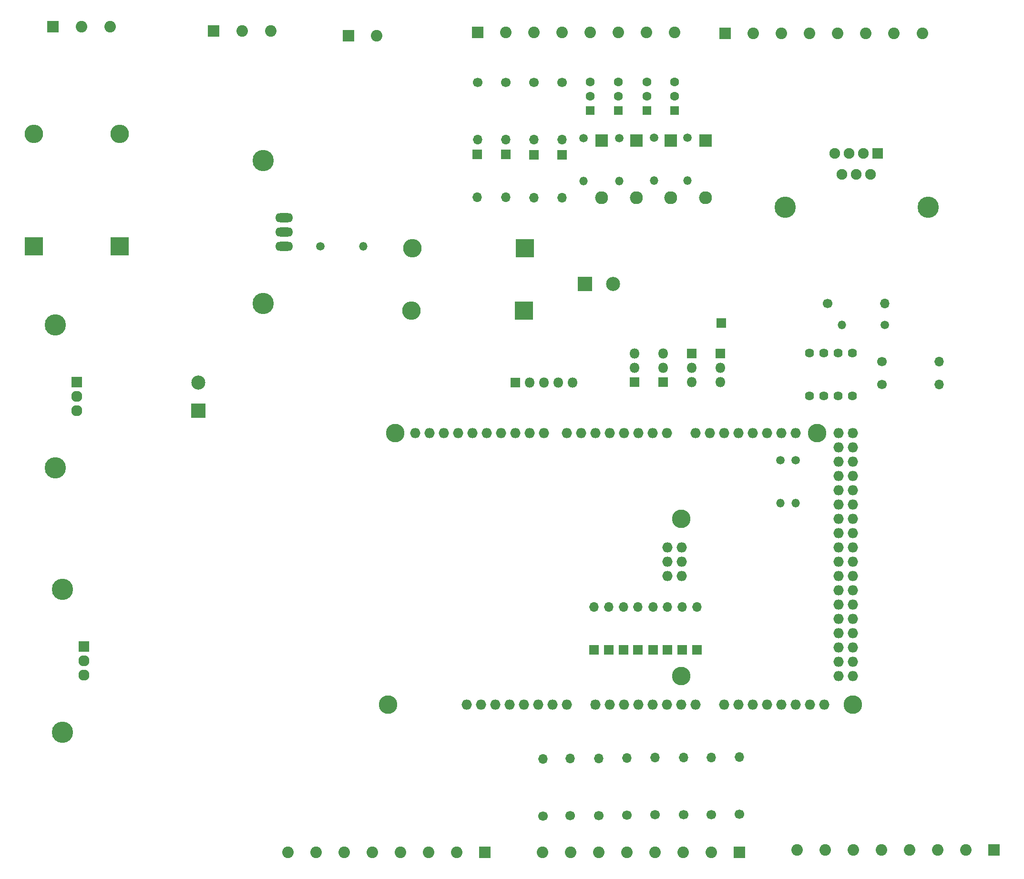
<source format=gbr>
%TF.GenerationSoftware,KiCad,Pcbnew,(5.1.6)-1*%
%TF.CreationDate,2020-08-31T13:11:39-04:00*%
%TF.ProjectId,F100_B200_Test_Bop_V2,46313030-5f42-4323-9030-5f546573745f,rev?*%
%TF.SameCoordinates,Original*%
%TF.FileFunction,Soldermask,Bot*%
%TF.FilePolarity,Negative*%
%FSLAX46Y46*%
G04 Gerber Fmt 4.6, Leading zero omitted, Abs format (unit mm)*
G04 Created by KiCad (PCBNEW (5.1.6)-1) date 2020-08-31 13:11:39*
%MOMM*%
%LPD*%
G01*
G04 APERTURE LIST*
%ADD10O,1.827200X1.827200*%
%ADD11C,3.300000*%
%ADD12C,3.786000*%
%ADD13R,2.500000X2.500000*%
%ADD14C,2.500000*%
%ADD15R,2.050000X2.050000*%
%ADD16C,2.050000*%
%ADD17R,1.800000X1.800000*%
%ADD18O,1.800000X1.800000*%
%ADD19O,3.148000X1.624000*%
%ADD20C,1.700000*%
%ADD21O,1.700000X1.700000*%
%ADD22C,1.624000*%
%ADD23C,1.960000*%
%ADD24R,1.960000X1.960000*%
%ADD25C,1.500000*%
%ADD26O,1.500000X1.500000*%
%ADD27R,3.300000X3.300000*%
%ADD28O,3.300000X3.300000*%
%ADD29R,1.900000X1.900000*%
%ADD30O,1.900000X1.900000*%
%ADD31R,1.470000X1.470000*%
%ADD32C,1.470000*%
%ADD33R,1.700000X1.700000*%
%ADD34O,2.300000X2.300000*%
%ADD35R,2.300000X2.300000*%
%ADD36C,1.600000*%
%ADD37R,1.600000X1.600000*%
G04 APERTURE END LIST*
D10*
%TO.C,U1*%
X129077001Y-92845001D03*
X131617001Y-92845001D03*
X131617001Y-90305001D03*
X129077001Y-90305001D03*
X131617001Y-87765001D03*
X116250001Y-115705001D03*
X111170001Y-115705001D03*
X108630001Y-115705001D03*
X106090001Y-115705001D03*
X103550001Y-115705001D03*
X101010001Y-115705001D03*
X98470001Y-115705001D03*
X95930001Y-115705001D03*
X151810001Y-67445001D03*
X149270001Y-67445001D03*
X146730001Y-67445001D03*
X144190001Y-67445001D03*
X141650001Y-67445001D03*
X139110001Y-67445001D03*
X136570001Y-67445001D03*
X134030001Y-67445001D03*
X128950001Y-67445001D03*
X126410001Y-67445001D03*
X123870001Y-67445001D03*
X121330001Y-67445001D03*
X118790001Y-67445001D03*
X116250001Y-67445001D03*
X113710001Y-67445001D03*
X111170001Y-67445001D03*
X91866001Y-67445001D03*
X107106001Y-67445001D03*
X104566001Y-67445001D03*
X102026001Y-67445001D03*
D11*
X131490001Y-110625001D03*
X131490001Y-82685001D03*
X155620001Y-67445001D03*
X80690001Y-67445001D03*
X161970001Y-115705001D03*
X79420001Y-115705001D03*
D10*
X84246001Y-67445001D03*
X86786001Y-67445001D03*
X89326001Y-67445001D03*
X94406001Y-67445001D03*
X96946001Y-67445001D03*
X99486001Y-67445001D03*
X93390001Y-115705001D03*
X118790001Y-115705001D03*
X121330001Y-115705001D03*
X123870001Y-115705001D03*
X126410001Y-115705001D03*
X128950001Y-115705001D03*
X131490001Y-115705001D03*
X134030001Y-115705001D03*
X139110001Y-115705001D03*
X141650001Y-115705001D03*
X144190001Y-115705001D03*
X146730001Y-115705001D03*
X149270001Y-115705001D03*
X151810001Y-115705001D03*
X154350001Y-115705001D03*
X156890001Y-115705001D03*
X159430001Y-67445001D03*
X161970001Y-67445001D03*
X159430001Y-69985001D03*
X161970001Y-69985001D03*
X159430001Y-72525001D03*
X161970001Y-72525001D03*
X159430001Y-75065001D03*
X161970001Y-75065001D03*
X159430001Y-77605001D03*
X161970001Y-77605001D03*
X159430001Y-80145001D03*
X161970001Y-80145001D03*
X159430001Y-82685001D03*
X161970001Y-82685001D03*
X159430001Y-85225001D03*
X161970001Y-85225001D03*
X159430001Y-87765001D03*
X161970001Y-87765001D03*
X159430001Y-90305001D03*
X161970001Y-90305001D03*
X159430001Y-92845001D03*
X161970001Y-92845001D03*
X159430001Y-95385001D03*
X161970001Y-95385001D03*
X159430001Y-97925001D03*
X161970001Y-97925001D03*
X159430001Y-100465001D03*
X161970001Y-100465001D03*
X159430001Y-103005001D03*
X161970001Y-103005001D03*
X159430001Y-105545001D03*
X161970001Y-105545001D03*
X159430001Y-108085001D03*
X161970001Y-108085001D03*
X159430001Y-110625001D03*
X161970001Y-110625001D03*
X129077001Y-87765001D03*
%TD*%
D12*
%TO.C,HS1*%
X149987000Y-27305000D03*
X175387000Y-27305000D03*
%TD*%
D13*
%TO.C,C1*%
X45720000Y-63500000D03*
D14*
X45720000Y-58500000D03*
%TD*%
D15*
%TO.C,J1*%
X141859000Y-141935200D03*
D16*
X136859000Y-141935200D03*
X131859000Y-141935200D03*
X126859000Y-141935200D03*
X121859000Y-141935200D03*
X116859000Y-141935200D03*
X111859000Y-141935200D03*
X106859000Y-141935200D03*
%TD*%
D17*
%TO.C,J2*%
X138430000Y-53340000D03*
D18*
X138430000Y-55880000D03*
X138430000Y-58420000D03*
%TD*%
%TO.C,J3*%
X133350000Y-58420000D03*
X133350000Y-55880000D03*
D17*
X133350000Y-53340000D03*
%TD*%
%TO.C,J4*%
X138658600Y-47904400D03*
%TD*%
%TO.C,J5*%
X123190000Y-58420000D03*
D18*
X123190000Y-55880000D03*
X123190000Y-53340000D03*
%TD*%
%TO.C,J6*%
X128270000Y-53340000D03*
X128270000Y-55880000D03*
D17*
X128270000Y-58420000D03*
%TD*%
D16*
%TO.C,J7*%
X174319000Y3581400D03*
X169319000Y3581400D03*
X164319000Y3581400D03*
X159319000Y3581400D03*
X154319000Y3581400D03*
X149319000Y3581400D03*
X144319000Y3581400D03*
D15*
X139319000Y3581400D03*
%TD*%
D19*
%TO.C,Q1*%
X60960000Y-34290000D03*
X60960000Y-31750000D03*
X60960000Y-29210000D03*
%TD*%
D20*
%TO.C,R2*%
X157480000Y-44450000D03*
D21*
X167640000Y-44450000D03*
%TD*%
D22*
%TO.C,U3*%
X154305000Y-53213000D03*
X156845000Y-53213000D03*
X159385000Y-53213000D03*
X161925000Y-53213000D03*
X161925000Y-60833000D03*
X159385000Y-60833000D03*
X156845000Y-60833000D03*
X154305000Y-60833000D03*
%TD*%
D23*
%TO.C,U7*%
X24130000Y-63500000D03*
X24130000Y-60960000D03*
D24*
X24130000Y-58420000D03*
%TD*%
%TO.C,U8*%
X25400000Y-105410000D03*
D23*
X25400000Y-107950000D03*
X25400000Y-110490000D03*
%TD*%
D25*
%TO.C,R1*%
X167640000Y-48260000D03*
D26*
X160020000Y-48260000D03*
%TD*%
D27*
%TO.C,D1*%
X16510000Y-34290000D03*
D28*
X16510000Y-14290000D03*
%TD*%
%TO.C,D2*%
X31750000Y-14290000D03*
D27*
X31750000Y-34290000D03*
%TD*%
D12*
%TO.C,HS2*%
X21590000Y-120650000D03*
X21590000Y-95250000D03*
%TD*%
%TO.C,HS3*%
X57277000Y-19050000D03*
X57277000Y-44450000D03*
%TD*%
%TO.C,HS4*%
X20320000Y-48260000D03*
X20320000Y-73660000D03*
%TD*%
D29*
%TO.C,IC1*%
X166370000Y-17780000D03*
D30*
X165100000Y-21480000D03*
X163830000Y-17780000D03*
X162560000Y-21480000D03*
X161290000Y-17780000D03*
X160020000Y-21480000D03*
X158750000Y-17780000D03*
%TD*%
D25*
%TO.C,R7*%
X149100000Y-72300000D03*
D26*
X149100000Y-79920000D03*
%TD*%
%TO.C,R8*%
X151800000Y-79920000D03*
D25*
X151800000Y-72300000D03*
%TD*%
D31*
%TO.C,J12*%
X161950400Y-67437000D03*
D32*
X159410400Y-67437000D03*
X161950400Y-69977000D03*
X159410400Y-69977000D03*
X161950400Y-72517000D03*
X159410400Y-72517000D03*
X161950400Y-75057000D03*
X159410400Y-75057000D03*
X161950400Y-77597000D03*
X159410400Y-77597000D03*
X161950400Y-80137000D03*
X159410400Y-80137000D03*
X161950400Y-82677000D03*
X159410400Y-82677000D03*
X161950400Y-85217000D03*
X159410400Y-85217000D03*
X161950400Y-87757000D03*
X159410400Y-87757000D03*
X161950400Y-90297000D03*
X159410400Y-90297000D03*
X161950400Y-92837000D03*
X159410400Y-92837000D03*
X161950400Y-95377000D03*
X159410400Y-95377000D03*
X161950400Y-97917000D03*
X159410400Y-97917000D03*
X161950400Y-100457000D03*
X159410400Y-100457000D03*
X161950400Y-102997000D03*
X159410400Y-102997000D03*
X161950400Y-105537000D03*
X159410400Y-105537000D03*
X161950400Y-108077000D03*
X159410400Y-108077000D03*
X161950400Y-110617000D03*
X159410400Y-110617000D03*
%TD*%
D31*
%TO.C,J9*%
X139115800Y-115697000D03*
D32*
X141655800Y-115697000D03*
X144195800Y-115697000D03*
X146735800Y-115697000D03*
X149275800Y-115697000D03*
X151815800Y-115697000D03*
X154355800Y-115697000D03*
X156895800Y-115697000D03*
%TD*%
%TO.C,J11*%
X134010400Y-115697000D03*
X131470400Y-115697000D03*
X128930400Y-115697000D03*
X126390400Y-115697000D03*
X123850400Y-115697000D03*
X121310400Y-115697000D03*
X118770400Y-115697000D03*
D31*
X116230400Y-115697000D03*
%TD*%
%TO.C,J13*%
X128955800Y-67437000D03*
D32*
X126415800Y-67437000D03*
X123875800Y-67437000D03*
X121335800Y-67437000D03*
X118795800Y-67437000D03*
X116255800Y-67437000D03*
X113715800Y-67437000D03*
X111175800Y-67437000D03*
%TD*%
%TO.C,J14*%
X134035800Y-67437000D03*
X136575800Y-67437000D03*
X139115800Y-67437000D03*
X141655800Y-67437000D03*
X144195800Y-67437000D03*
X146735800Y-67437000D03*
X149275800Y-67437000D03*
D31*
X151815800Y-67437000D03*
%TD*%
%TO.C,J15*%
X107111800Y-67437000D03*
D32*
X104571800Y-67437000D03*
X102031800Y-67437000D03*
X99491800Y-67437000D03*
X96951800Y-67437000D03*
X94411800Y-67437000D03*
X91871800Y-67437000D03*
X89331800Y-67437000D03*
X86791800Y-67437000D03*
X84251800Y-67437000D03*
%TD*%
D16*
%TO.C,J8*%
X61647000Y-141960600D03*
X66647000Y-141960600D03*
X71647000Y-141960600D03*
X76647000Y-141960600D03*
X81647000Y-141960600D03*
X86647000Y-141960600D03*
X91647000Y-141960600D03*
D15*
X96647000Y-141960600D03*
%TD*%
%TO.C,J16*%
X187071000Y-141579600D03*
D16*
X182071000Y-141579600D03*
X177071000Y-141579600D03*
X172071000Y-141579600D03*
X167071000Y-141579600D03*
X162071000Y-141579600D03*
X157071000Y-141579600D03*
X152071000Y-141579600D03*
%TD*%
D15*
%TO.C,J17*%
X19888200Y4800600D03*
D16*
X24968200Y4800600D03*
X30048200Y4800600D03*
%TD*%
D15*
%TO.C,J18*%
X95351600Y3784600D03*
D16*
X100351600Y3784600D03*
X105351600Y3784600D03*
X110351600Y3784600D03*
X115351600Y3784600D03*
X120351600Y3784600D03*
X125351600Y3784600D03*
X130351600Y3784600D03*
%TD*%
D33*
%TO.C,D3*%
X105333800Y-17983200D03*
D21*
X105333800Y-25603200D03*
%TD*%
D34*
%TO.C,D4*%
X123571000Y-25603200D03*
D35*
X123571000Y-15443200D03*
%TD*%
D34*
%TO.C,D5*%
X117348000Y-25603200D03*
D35*
X117348000Y-15443200D03*
%TD*%
%TO.C,D6*%
X129641600Y-15443200D03*
D34*
X129641600Y-25603200D03*
%TD*%
D35*
%TO.C,D7*%
X135813800Y-15443200D03*
D34*
X135813800Y-25603200D03*
%TD*%
D33*
%TO.C,D8*%
X95300800Y-17932400D03*
D21*
X95300800Y-25552400D03*
%TD*%
%TO.C,D9*%
X100355400Y-25577800D03*
D33*
X100355400Y-17957800D03*
%TD*%
D21*
%TO.C,D10*%
X110312200Y-25603200D03*
D33*
X110312200Y-17983200D03*
%TD*%
D36*
%TO.C,Q2*%
X120370600Y-7594600D03*
X120370600Y-5054600D03*
D37*
X120370600Y-10134600D03*
%TD*%
D36*
%TO.C,Q3*%
X115341400Y-7620000D03*
X115341400Y-5080000D03*
D37*
X115341400Y-10160000D03*
%TD*%
%TO.C,Q4*%
X125399800Y-10134600D03*
D36*
X125399800Y-5054600D03*
X125399800Y-7594600D03*
%TD*%
D37*
%TO.C,Q5*%
X130352800Y-10134600D03*
D36*
X130352800Y-5054600D03*
X130352800Y-7594600D03*
%TD*%
D25*
%TO.C,R3*%
X67386200Y-34264600D03*
D26*
X75006200Y-34264600D03*
%TD*%
%TO.C,R4*%
X120523000Y-22631400D03*
D25*
X120523000Y-15011400D03*
%TD*%
D21*
%TO.C,R5*%
X105333800Y-15290800D03*
D20*
X105333800Y-5130800D03*
%TD*%
D25*
%TO.C,R6*%
X114122200Y-15087600D03*
D26*
X114122200Y-22707600D03*
%TD*%
D25*
%TO.C,R9*%
X126695200Y-14960600D03*
D26*
X126695200Y-22580600D03*
%TD*%
%TO.C,R10*%
X132638800Y-22580600D03*
D25*
X132638800Y-14960600D03*
%TD*%
D20*
%TO.C,R11*%
X95351600Y-5130800D03*
D21*
X95351600Y-15290800D03*
%TD*%
D20*
%TO.C,R12*%
X100355400Y-5130800D03*
D21*
X100355400Y-15290800D03*
%TD*%
%TO.C,R13*%
X110337600Y-15290800D03*
D20*
X110337600Y-5130800D03*
%TD*%
D21*
%TO.C,D11*%
X116027200Y-98374200D03*
D33*
X116027200Y-105994200D03*
%TD*%
%TO.C,D12*%
X118618000Y-105994200D03*
D21*
X118618000Y-98374200D03*
%TD*%
%TO.C,D13*%
X121259600Y-98348800D03*
D33*
X121259600Y-105968800D03*
%TD*%
%TO.C,D14*%
X123850400Y-105968800D03*
D21*
X123850400Y-98348800D03*
%TD*%
D33*
%TO.C,D15*%
X126492000Y-105968800D03*
D21*
X126492000Y-98348800D03*
%TD*%
%TO.C,D16*%
X129082800Y-98323400D03*
D33*
X129082800Y-105943400D03*
%TD*%
%TO.C,D17*%
X131724400Y-105968800D03*
D21*
X131724400Y-98348800D03*
%TD*%
%TO.C,D18*%
X134315200Y-98323400D03*
D33*
X134315200Y-105943400D03*
%TD*%
D21*
%TO.C,R14*%
X106959400Y-125349000D03*
D20*
X106959400Y-135509000D03*
%TD*%
%TO.C,R15*%
X111810800Y-135483600D03*
D21*
X111810800Y-125323600D03*
%TD*%
%TO.C,R16*%
X116865400Y-125323600D03*
D20*
X116865400Y-135483600D03*
%TD*%
D21*
%TO.C,R17*%
X121843800Y-125222000D03*
D20*
X121843800Y-135382000D03*
%TD*%
%TO.C,R18*%
X126822200Y-135280400D03*
D21*
X126822200Y-125120400D03*
%TD*%
%TO.C,R19*%
X131902200Y-125145800D03*
D20*
X131902200Y-135305800D03*
%TD*%
%TO.C,R20*%
X136880600Y-135305800D03*
D21*
X136880600Y-125145800D03*
%TD*%
D20*
%TO.C,R21*%
X141884400Y-135204200D03*
D21*
X141884400Y-125044200D03*
%TD*%
D20*
%TO.C,R22*%
X167191001Y-54738001D03*
D21*
X177351001Y-54738001D03*
%TD*%
%TO.C,R23*%
X177351001Y-58788001D03*
D20*
X167191001Y-58788001D03*
%TD*%
D17*
%TO.C,J19*%
X102031800Y-58470800D03*
D18*
X104571800Y-58470800D03*
X107111800Y-58470800D03*
X109651800Y-58470800D03*
X112191800Y-58470800D03*
%TD*%
D13*
%TO.C,C2*%
X114427000Y-40944800D03*
D14*
X119427000Y-40944800D03*
%TD*%
D28*
%TO.C,D19*%
X83581200Y-45720000D03*
D27*
X103581200Y-45720000D03*
%TD*%
%TO.C,D20*%
X103784400Y-34645600D03*
D28*
X83784400Y-34645600D03*
%TD*%
D15*
%TO.C,J21*%
X48437800Y4013200D03*
D16*
X53517800Y4013200D03*
X58597800Y4013200D03*
%TD*%
D15*
%TO.C,J20*%
X72390000Y3149600D03*
D16*
X77390000Y3149600D03*
%TD*%
D31*
%TO.C,J22*%
X131622800Y-87782400D03*
D32*
X129082800Y-87782400D03*
X131622800Y-90322400D03*
X129082800Y-90322400D03*
X131622800Y-92862400D03*
X129082800Y-92862400D03*
%TD*%
D31*
%TO.C,J10*%
X93395800Y-115697000D03*
D32*
X95935800Y-115697000D03*
X98475800Y-115697000D03*
X101015800Y-115697000D03*
X103555800Y-115697000D03*
X106095800Y-115697000D03*
X108635800Y-115697000D03*
X111175800Y-115697000D03*
%TD*%
M02*

</source>
